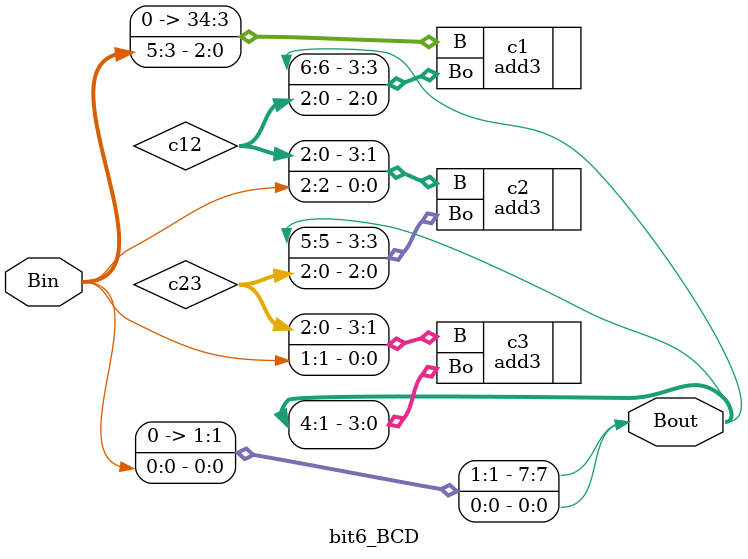
<source format=sv>
`timescale 1ns / 1ps


module bit6_BCD(
    input [5:0] Bin,
    output reg [7:0] Bout
    );
    wire [2:0] c12;
    wire [2:0] c23;

    add3 c1(.B({0, Bin[5:3]}), .Bo({Bout[6], c12}));
    
    add3 c2(.B({c12, Bin[2]}), .Bo({Bout[5],c23}));
    
    add3 c3(.B({c23, Bin[1]}), .Bo(Bout[4:1]));
 
 assign Bout[7] = 0;
 assign Bout[0] = Bin[0];
endmodule
</source>
